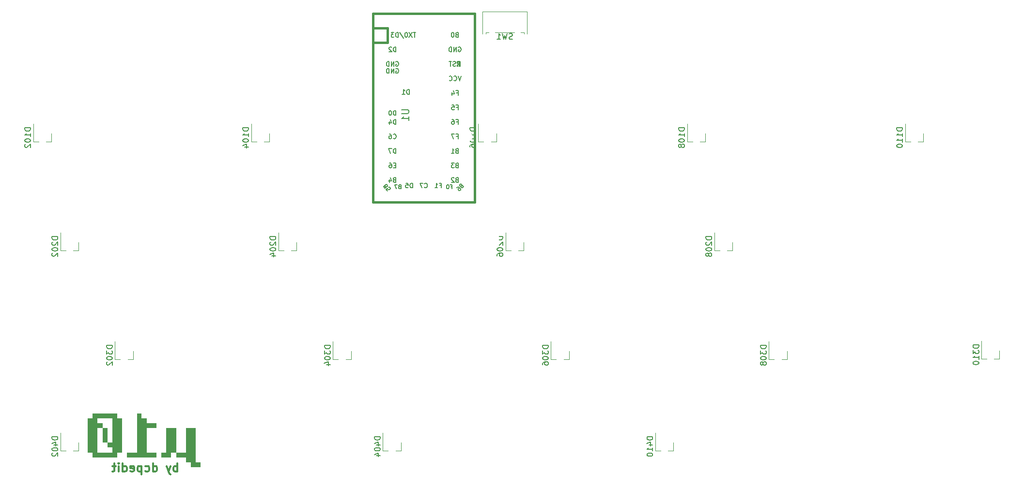
<source format=gbo>
G04 #@! TF.GenerationSoftware,KiCad,Pcbnew,(6.0.1-0)*
G04 #@! TF.CreationDate,2022-03-18T18:41:34-07:00*
G04 #@! TF.ProjectId,micro10,6d696372-6f31-4302-9e6b-696361645f70,1*
G04 #@! TF.SameCoordinates,Original*
G04 #@! TF.FileFunction,Legend,Bot*
G04 #@! TF.FilePolarity,Positive*
%FSLAX46Y46*%
G04 Gerber Fmt 4.6, Leading zero omitted, Abs format (unit mm)*
G04 Created by KiCad (PCBNEW (6.0.1-0)) date 2022-03-18 18:41:34*
%MOMM*%
%LPD*%
G01*
G04 APERTURE LIST*
%ADD10C,0.300000*%
%ADD11C,0.203200*%
%ADD12C,0.150000*%
%ADD13C,0.381000*%
%ADD14C,0.120000*%
%ADD15R,1.752600X1.752600*%
%ADD16C,1.752600*%
%ADD17C,3.987800*%
%ADD18C,1.750000*%
%ADD19C,3.000000*%
%ADD20R,2.550000X2.500000*%
%ADD21C,3.048000*%
%ADD22R,2.500000X2.550000*%
%ADD23R,1.700000X1.700000*%
%ADD24O,1.700000X1.700000*%
%ADD25C,1.200000*%
%ADD26C,2.100000*%
%ADD27R,0.800000X1.900000*%
G04 APERTURE END LIST*
D10*
X105393428Y-111676571D02*
X105393428Y-110176571D01*
X105393428Y-110748000D02*
X105250571Y-110676571D01*
X104964857Y-110676571D01*
X104822000Y-110748000D01*
X104750571Y-110819428D01*
X104679142Y-110962285D01*
X104679142Y-111390857D01*
X104750571Y-111533714D01*
X104822000Y-111605142D01*
X104964857Y-111676571D01*
X105250571Y-111676571D01*
X105393428Y-111605142D01*
X104179142Y-110676571D02*
X103822000Y-111676571D01*
X103464857Y-110676571D02*
X103822000Y-111676571D01*
X103964857Y-112033714D01*
X104036285Y-112105142D01*
X104179142Y-112176571D01*
X101107714Y-111676571D02*
X101107714Y-110176571D01*
X101107714Y-111605142D02*
X101250571Y-111676571D01*
X101536285Y-111676571D01*
X101679142Y-111605142D01*
X101750571Y-111533714D01*
X101822000Y-111390857D01*
X101822000Y-110962285D01*
X101750571Y-110819428D01*
X101679142Y-110748000D01*
X101536285Y-110676571D01*
X101250571Y-110676571D01*
X101107714Y-110748000D01*
X99750571Y-111605142D02*
X99893428Y-111676571D01*
X100179142Y-111676571D01*
X100322000Y-111605142D01*
X100393428Y-111533714D01*
X100464857Y-111390857D01*
X100464857Y-110962285D01*
X100393428Y-110819428D01*
X100322000Y-110748000D01*
X100179142Y-110676571D01*
X99893428Y-110676571D01*
X99750571Y-110748000D01*
X99107714Y-110676571D02*
X99107714Y-112176571D01*
X99107714Y-110748000D02*
X98964857Y-110676571D01*
X98679142Y-110676571D01*
X98536285Y-110748000D01*
X98464857Y-110819428D01*
X98393428Y-110962285D01*
X98393428Y-111390857D01*
X98464857Y-111533714D01*
X98536285Y-111605142D01*
X98679142Y-111676571D01*
X98964857Y-111676571D01*
X99107714Y-111605142D01*
X97179142Y-111605142D02*
X97322000Y-111676571D01*
X97607714Y-111676571D01*
X97750571Y-111605142D01*
X97822000Y-111462285D01*
X97822000Y-110890857D01*
X97750571Y-110748000D01*
X97607714Y-110676571D01*
X97322000Y-110676571D01*
X97179142Y-110748000D01*
X97107714Y-110890857D01*
X97107714Y-111033714D01*
X97822000Y-111176571D01*
X95822000Y-111676571D02*
X95822000Y-110176571D01*
X95822000Y-111605142D02*
X95964857Y-111676571D01*
X96250571Y-111676571D01*
X96393428Y-111605142D01*
X96464857Y-111533714D01*
X96536285Y-111390857D01*
X96536285Y-110962285D01*
X96464857Y-110819428D01*
X96393428Y-110748000D01*
X96250571Y-110676571D01*
X95964857Y-110676571D01*
X95822000Y-110748000D01*
X95107714Y-111676571D02*
X95107714Y-110676571D01*
X95107714Y-110176571D02*
X95179142Y-110248000D01*
X95107714Y-110319428D01*
X95036285Y-110248000D01*
X95107714Y-110176571D01*
X95107714Y-110319428D01*
X94607714Y-110676571D02*
X94036285Y-110676571D01*
X94393428Y-110176571D02*
X94393428Y-111462285D01*
X94322000Y-111605142D01*
X94179142Y-111676571D01*
X94036285Y-111676571D01*
D11*
X144599107Y-48298214D02*
X145570535Y-48298214D01*
X145684821Y-48355357D01*
X145741964Y-48412500D01*
X145799107Y-48526785D01*
X145799107Y-48755357D01*
X145741964Y-48869642D01*
X145684821Y-48926785D01*
X145570535Y-48983928D01*
X144599107Y-48983928D01*
X145799107Y-50183928D02*
X145799107Y-49498214D01*
X145799107Y-49841071D02*
X144599107Y-49841071D01*
X144770535Y-49726785D01*
X144884821Y-49612500D01*
X144941964Y-49498214D01*
D12*
X141795547Y-61747508D02*
X141889828Y-61794648D01*
X141936969Y-61794648D01*
X142007679Y-61771078D01*
X142078390Y-61700367D01*
X142101960Y-61629657D01*
X142101960Y-61582516D01*
X142078390Y-61511806D01*
X141889828Y-61323244D01*
X141394853Y-61818219D01*
X141559845Y-61983210D01*
X141630556Y-62006780D01*
X141677696Y-62006780D01*
X141748407Y-61983210D01*
X141795547Y-61936070D01*
X141819117Y-61865359D01*
X141819117Y-61818219D01*
X141795547Y-61747508D01*
X141630556Y-61582516D01*
X142125530Y-62548896D02*
X141889828Y-62313193D01*
X142101960Y-62053921D01*
X142101960Y-62101061D01*
X142125530Y-62171772D01*
X142243382Y-62289623D01*
X142314092Y-62313193D01*
X142361233Y-62313193D01*
X142431943Y-62289623D01*
X142549794Y-62171772D01*
X142573365Y-62101061D01*
X142573365Y-62053921D01*
X142549794Y-61983210D01*
X142431943Y-61865359D01*
X142361233Y-61841789D01*
X142314092Y-61841789D01*
X154958916Y-42424404D02*
X154692250Y-43224404D01*
X154425583Y-42424404D01*
X153701773Y-43148214D02*
X153739869Y-43186309D01*
X153854154Y-43224404D01*
X153930345Y-43224404D01*
X154044630Y-43186309D01*
X154120821Y-43110119D01*
X154158916Y-43033928D01*
X154197011Y-42881547D01*
X154197011Y-42767261D01*
X154158916Y-42614880D01*
X154120821Y-42538690D01*
X154044630Y-42462500D01*
X153930345Y-42424404D01*
X153854154Y-42424404D01*
X153739869Y-42462500D01*
X153701773Y-42500595D01*
X152901773Y-43148214D02*
X152939869Y-43186309D01*
X153054154Y-43224404D01*
X153130345Y-43224404D01*
X153244630Y-43186309D01*
X153320821Y-43110119D01*
X153358916Y-43033928D01*
X153397011Y-42881547D01*
X153397011Y-42767261D01*
X153358916Y-42614880D01*
X153320821Y-42538690D01*
X153244630Y-42462500D01*
X153130345Y-42424404D01*
X153054154Y-42424404D01*
X152939869Y-42462500D01*
X152901773Y-42500595D01*
X143579773Y-41129000D02*
X143655964Y-41090904D01*
X143770250Y-41090904D01*
X143884535Y-41129000D01*
X143960726Y-41205190D01*
X143998821Y-41281380D01*
X144036916Y-41433761D01*
X144036916Y-41548047D01*
X143998821Y-41700428D01*
X143960726Y-41776619D01*
X143884535Y-41852809D01*
X143770250Y-41890904D01*
X143694059Y-41890904D01*
X143579773Y-41852809D01*
X143541678Y-41814714D01*
X143541678Y-41548047D01*
X143694059Y-41548047D01*
X143198821Y-41890904D02*
X143198821Y-41090904D01*
X142741678Y-41890904D01*
X142741678Y-41090904D01*
X142360726Y-41890904D02*
X142360726Y-41090904D01*
X142170250Y-41090904D01*
X142055964Y-41129000D01*
X141979773Y-41205190D01*
X141941678Y-41281380D01*
X141903583Y-41433761D01*
X141903583Y-41548047D01*
X141941678Y-41700428D01*
X141979773Y-41776619D01*
X142055964Y-41852809D01*
X142170250Y-41890904D01*
X142360726Y-41890904D01*
X154216059Y-58045357D02*
X154101773Y-58083452D01*
X154063678Y-58121547D01*
X154025583Y-58197738D01*
X154025583Y-58312023D01*
X154063678Y-58388214D01*
X154101773Y-58426309D01*
X154177964Y-58464404D01*
X154482726Y-58464404D01*
X154482726Y-57664404D01*
X154216059Y-57664404D01*
X154139869Y-57702500D01*
X154101773Y-57740595D01*
X154063678Y-57816785D01*
X154063678Y-57892976D01*
X154101773Y-57969166D01*
X154139869Y-58007261D01*
X154216059Y-58045357D01*
X154482726Y-58045357D01*
X153758916Y-57664404D02*
X153263678Y-57664404D01*
X153530345Y-57969166D01*
X153416059Y-57969166D01*
X153339869Y-58007261D01*
X153301773Y-58045357D01*
X153263678Y-58121547D01*
X153263678Y-58312023D01*
X153301773Y-58388214D01*
X153339869Y-58426309D01*
X153416059Y-58464404D01*
X153644630Y-58464404D01*
X153720821Y-58426309D01*
X153758916Y-58388214D01*
X143560726Y-55924404D02*
X143560726Y-55124404D01*
X143370250Y-55124404D01*
X143255964Y-55162500D01*
X143179773Y-55238690D01*
X143141678Y-55314880D01*
X143103583Y-55467261D01*
X143103583Y-55581547D01*
X143141678Y-55733928D01*
X143179773Y-55810119D01*
X143255964Y-55886309D01*
X143370250Y-55924404D01*
X143560726Y-55924404D01*
X142836916Y-55124404D02*
X142303583Y-55124404D01*
X142646440Y-55924404D01*
X154996241Y-61676797D02*
X154949101Y-61771078D01*
X154949101Y-61818219D01*
X154972671Y-61888929D01*
X155043382Y-61959640D01*
X155114092Y-61983210D01*
X155161233Y-61983210D01*
X155231943Y-61959640D01*
X155420505Y-61771078D01*
X154925530Y-61276103D01*
X154760539Y-61441095D01*
X154736969Y-61511806D01*
X154736969Y-61558946D01*
X154760539Y-61629657D01*
X154807679Y-61676797D01*
X154878390Y-61700367D01*
X154925530Y-61700367D01*
X154996241Y-61676797D01*
X155161233Y-61511806D01*
X154218424Y-61983210D02*
X154312705Y-61888929D01*
X154383415Y-61865359D01*
X154430556Y-61865359D01*
X154548407Y-61888929D01*
X154666258Y-61959640D01*
X154854820Y-62148202D01*
X154878390Y-62218912D01*
X154878390Y-62266053D01*
X154854820Y-62336764D01*
X154760539Y-62431044D01*
X154689828Y-62454615D01*
X154642688Y-62454615D01*
X154571977Y-62431044D01*
X154454126Y-62313193D01*
X154430556Y-62242483D01*
X154430556Y-62195342D01*
X154454126Y-62124632D01*
X154548407Y-62030351D01*
X154619117Y-62006780D01*
X154666258Y-62006780D01*
X154736969Y-62030351D01*
X153164583Y-61762500D02*
X153397916Y-61762500D01*
X153397916Y-62129166D02*
X153397916Y-61429166D01*
X153064583Y-61429166D01*
X152664583Y-61429166D02*
X152597916Y-61429166D01*
X152531250Y-61462500D01*
X152497916Y-61495833D01*
X152464583Y-61562500D01*
X152431250Y-61695833D01*
X152431250Y-61862500D01*
X152464583Y-61995833D01*
X152497916Y-62062500D01*
X152531250Y-62095833D01*
X152597916Y-62129166D01*
X152664583Y-62129166D01*
X152731250Y-62095833D01*
X152764583Y-62062500D01*
X152797916Y-61995833D01*
X152831250Y-61862500D01*
X152831250Y-61695833D01*
X152797916Y-61562500D01*
X152764583Y-61495833D01*
X152731250Y-61462500D01*
X152664583Y-61429166D01*
X148564583Y-61898214D02*
X148602678Y-61936309D01*
X148716964Y-61974404D01*
X148793154Y-61974404D01*
X148907440Y-61936309D01*
X148983630Y-61860119D01*
X149021726Y-61783928D01*
X149059821Y-61631547D01*
X149059821Y-61517261D01*
X149021726Y-61364880D01*
X148983630Y-61288690D01*
X148907440Y-61212500D01*
X148793154Y-61174404D01*
X148716964Y-61174404D01*
X148602678Y-61212500D01*
X148564583Y-61250595D01*
X148297916Y-61174404D02*
X147764583Y-61174404D01*
X148107440Y-61974404D01*
X143579773Y-39922500D02*
X143655964Y-39884404D01*
X143770250Y-39884404D01*
X143884535Y-39922500D01*
X143960726Y-39998690D01*
X143998821Y-40074880D01*
X144036916Y-40227261D01*
X144036916Y-40341547D01*
X143998821Y-40493928D01*
X143960726Y-40570119D01*
X143884535Y-40646309D01*
X143770250Y-40684404D01*
X143694059Y-40684404D01*
X143579773Y-40646309D01*
X143541678Y-40608214D01*
X143541678Y-40341547D01*
X143694059Y-40341547D01*
X143198821Y-40684404D02*
X143198821Y-39884404D01*
X142741678Y-40684404D01*
X142741678Y-39884404D01*
X142360726Y-40684404D02*
X142360726Y-39884404D01*
X142170250Y-39884404D01*
X142055964Y-39922500D01*
X141979773Y-39998690D01*
X141941678Y-40074880D01*
X141903583Y-40227261D01*
X141903583Y-40341547D01*
X141941678Y-40493928D01*
X141979773Y-40570119D01*
X142055964Y-40646309D01*
X142170250Y-40684404D01*
X142360726Y-40684404D01*
X151237916Y-61555357D02*
X151504583Y-61555357D01*
X151504583Y-61974404D02*
X151504583Y-61174404D01*
X151123630Y-61174404D01*
X150399821Y-61974404D02*
X150856964Y-61974404D01*
X150628392Y-61974404D02*
X150628392Y-61174404D01*
X150704583Y-61288690D01*
X150780773Y-61364880D01*
X150856964Y-61402976D01*
X143560726Y-38144404D02*
X143560726Y-37344404D01*
X143370250Y-37344404D01*
X143255964Y-37382500D01*
X143179773Y-37458690D01*
X143141678Y-37534880D01*
X143103583Y-37687261D01*
X143103583Y-37801547D01*
X143141678Y-37953928D01*
X143179773Y-38030119D01*
X143255964Y-38106309D01*
X143370250Y-38144404D01*
X143560726Y-38144404D01*
X142798821Y-37420595D02*
X142760726Y-37382500D01*
X142684535Y-37344404D01*
X142494059Y-37344404D01*
X142417869Y-37382500D01*
X142379773Y-37420595D01*
X142341678Y-37496785D01*
X142341678Y-37572976D01*
X142379773Y-37687261D01*
X142836916Y-38144404D01*
X142341678Y-38144404D01*
X154216059Y-60585357D02*
X154101773Y-60623452D01*
X154063678Y-60661547D01*
X154025583Y-60737738D01*
X154025583Y-60852023D01*
X154063678Y-60928214D01*
X154101773Y-60966309D01*
X154177964Y-61004404D01*
X154482726Y-61004404D01*
X154482726Y-60204404D01*
X154216059Y-60204404D01*
X154139869Y-60242500D01*
X154101773Y-60280595D01*
X154063678Y-60356785D01*
X154063678Y-60432976D01*
X154101773Y-60509166D01*
X154139869Y-60547261D01*
X154216059Y-60585357D01*
X154482726Y-60585357D01*
X153720821Y-60280595D02*
X153682726Y-60242500D01*
X153606535Y-60204404D01*
X153416059Y-60204404D01*
X153339869Y-60242500D01*
X153301773Y-60280595D01*
X153263678Y-60356785D01*
X153263678Y-60432976D01*
X153301773Y-60547261D01*
X153758916Y-61004404D01*
X153263678Y-61004404D01*
X154158916Y-50425357D02*
X154425583Y-50425357D01*
X154425583Y-50844404D02*
X154425583Y-50044404D01*
X154044630Y-50044404D01*
X153397011Y-50044404D02*
X153549392Y-50044404D01*
X153625583Y-50082500D01*
X153663678Y-50120595D01*
X153739869Y-50234880D01*
X153777964Y-50387261D01*
X153777964Y-50692023D01*
X153739869Y-50768214D01*
X153701773Y-50806309D01*
X153625583Y-50844404D01*
X153473202Y-50844404D01*
X153397011Y-50806309D01*
X153358916Y-50768214D01*
X153320821Y-50692023D01*
X153320821Y-50501547D01*
X153358916Y-50425357D01*
X153397011Y-50387261D01*
X153473202Y-50349166D01*
X153625583Y-50349166D01*
X153701773Y-50387261D01*
X153739869Y-50425357D01*
X153777964Y-50501547D01*
X146481726Y-61974404D02*
X146481726Y-61174404D01*
X146291250Y-61174404D01*
X146176964Y-61212500D01*
X146100773Y-61288690D01*
X146062678Y-61364880D01*
X146024583Y-61517261D01*
X146024583Y-61631547D01*
X146062678Y-61783928D01*
X146100773Y-61860119D01*
X146176964Y-61936309D01*
X146291250Y-61974404D01*
X146481726Y-61974404D01*
X145300773Y-61174404D02*
X145681726Y-61174404D01*
X145719821Y-61555357D01*
X145681726Y-61517261D01*
X145605535Y-61479166D01*
X145415059Y-61479166D01*
X145338869Y-61517261D01*
X145300773Y-61555357D01*
X145262678Y-61631547D01*
X145262678Y-61822023D01*
X145300773Y-61898214D01*
X145338869Y-61936309D01*
X145415059Y-61974404D01*
X145605535Y-61974404D01*
X145681726Y-61936309D01*
X145719821Y-61898214D01*
X143522630Y-58045357D02*
X143255964Y-58045357D01*
X143141678Y-58464404D02*
X143522630Y-58464404D01*
X143522630Y-57664404D01*
X143141678Y-57664404D01*
X142455964Y-57664404D02*
X142608345Y-57664404D01*
X142684535Y-57702500D01*
X142722630Y-57740595D01*
X142798821Y-57854880D01*
X142836916Y-58007261D01*
X142836916Y-58312023D01*
X142798821Y-58388214D01*
X142760726Y-58426309D01*
X142684535Y-58464404D01*
X142532154Y-58464404D01*
X142455964Y-58426309D01*
X142417869Y-58388214D01*
X142379773Y-58312023D01*
X142379773Y-58121547D01*
X142417869Y-58045357D01*
X142455964Y-58007261D01*
X142532154Y-57969166D01*
X142684535Y-57969166D01*
X142760726Y-58007261D01*
X142798821Y-58045357D01*
X142836916Y-58121547D01*
X154158916Y-47885357D02*
X154425583Y-47885357D01*
X154425583Y-48304404D02*
X154425583Y-47504404D01*
X154044630Y-47504404D01*
X153358916Y-47504404D02*
X153739869Y-47504404D01*
X153777964Y-47885357D01*
X153739869Y-47847261D01*
X153663678Y-47809166D01*
X153473202Y-47809166D01*
X153397011Y-47847261D01*
X153358916Y-47885357D01*
X153320821Y-47961547D01*
X153320821Y-48152023D01*
X153358916Y-48228214D01*
X153397011Y-48266309D01*
X153473202Y-48304404D01*
X153663678Y-48304404D01*
X153739869Y-48266309D01*
X153777964Y-48228214D01*
X154004583Y-40626309D02*
X153890297Y-40664404D01*
X153699821Y-40664404D01*
X153623630Y-40626309D01*
X153585535Y-40588214D01*
X153547440Y-40512023D01*
X153547440Y-40435833D01*
X153585535Y-40359642D01*
X153623630Y-40321547D01*
X153699821Y-40283452D01*
X153852202Y-40245357D01*
X153928392Y-40207261D01*
X153966488Y-40169166D01*
X154004583Y-40092976D01*
X154004583Y-40016785D01*
X153966488Y-39940595D01*
X153928392Y-39902500D01*
X153852202Y-39864404D01*
X153661726Y-39864404D01*
X153547440Y-39902500D01*
X153318869Y-39864404D02*
X152861726Y-39864404D01*
X153090297Y-40664404D02*
X153090297Y-39864404D01*
X154501773Y-37382500D02*
X154577964Y-37344404D01*
X154692250Y-37344404D01*
X154806535Y-37382500D01*
X154882726Y-37458690D01*
X154920821Y-37534880D01*
X154958916Y-37687261D01*
X154958916Y-37801547D01*
X154920821Y-37953928D01*
X154882726Y-38030119D01*
X154806535Y-38106309D01*
X154692250Y-38144404D01*
X154616059Y-38144404D01*
X154501773Y-38106309D01*
X154463678Y-38068214D01*
X154463678Y-37801547D01*
X154616059Y-37801547D01*
X154120821Y-38144404D02*
X154120821Y-37344404D01*
X153663678Y-38144404D01*
X153663678Y-37344404D01*
X153282726Y-38144404D02*
X153282726Y-37344404D01*
X153092250Y-37344404D01*
X152977964Y-37382500D01*
X152901773Y-37458690D01*
X152863678Y-37534880D01*
X152825583Y-37687261D01*
X152825583Y-37801547D01*
X152863678Y-37953928D01*
X152901773Y-38030119D01*
X152977964Y-38106309D01*
X153092250Y-38144404D01*
X153282726Y-38144404D01*
X143560726Y-49256904D02*
X143560726Y-48456904D01*
X143370250Y-48456904D01*
X143255964Y-48495000D01*
X143179773Y-48571190D01*
X143141678Y-48647380D01*
X143103583Y-48799761D01*
X143103583Y-48914047D01*
X143141678Y-49066428D01*
X143179773Y-49142619D01*
X143255964Y-49218809D01*
X143370250Y-49256904D01*
X143560726Y-49256904D01*
X142608345Y-48456904D02*
X142532154Y-48456904D01*
X142455964Y-48495000D01*
X142417869Y-48533095D01*
X142379773Y-48609285D01*
X142341678Y-48761666D01*
X142341678Y-48952142D01*
X142379773Y-49104523D01*
X142417869Y-49180714D01*
X142455964Y-49218809D01*
X142532154Y-49256904D01*
X142608345Y-49256904D01*
X142684535Y-49218809D01*
X142722630Y-49180714D01*
X142760726Y-49104523D01*
X142798821Y-48952142D01*
X142798821Y-48761666D01*
X142760726Y-48609285D01*
X142722630Y-48533095D01*
X142684535Y-48495000D01*
X142608345Y-48456904D01*
X144214583Y-61762500D02*
X144114583Y-61795833D01*
X144081250Y-61829166D01*
X144047916Y-61895833D01*
X144047916Y-61995833D01*
X144081250Y-62062500D01*
X144114583Y-62095833D01*
X144181250Y-62129166D01*
X144447916Y-62129166D01*
X144447916Y-61429166D01*
X144214583Y-61429166D01*
X144147916Y-61462500D01*
X144114583Y-61495833D01*
X144081250Y-61562500D01*
X144081250Y-61629166D01*
X144114583Y-61695833D01*
X144147916Y-61729166D01*
X144214583Y-61762500D01*
X144447916Y-61762500D01*
X143814583Y-61429166D02*
X143347916Y-61429166D01*
X143647916Y-62129166D01*
X154158916Y-52965357D02*
X154425583Y-52965357D01*
X154425583Y-53384404D02*
X154425583Y-52584404D01*
X154044630Y-52584404D01*
X153816059Y-52584404D02*
X153282726Y-52584404D01*
X153625583Y-53384404D01*
X147049854Y-34804404D02*
X146592711Y-34804404D01*
X146821282Y-35604404D02*
X146821282Y-34804404D01*
X146402235Y-34804404D02*
X145868901Y-35604404D01*
X145868901Y-34804404D02*
X146402235Y-35604404D01*
X145411758Y-34804404D02*
X145335568Y-34804404D01*
X145259378Y-34842500D01*
X145221282Y-34880595D01*
X145183187Y-34956785D01*
X145145092Y-35109166D01*
X145145092Y-35299642D01*
X145183187Y-35452023D01*
X145221282Y-35528214D01*
X145259378Y-35566309D01*
X145335568Y-35604404D01*
X145411758Y-35604404D01*
X145487949Y-35566309D01*
X145526044Y-35528214D01*
X145564139Y-35452023D01*
X145602235Y-35299642D01*
X145602235Y-35109166D01*
X145564139Y-34956785D01*
X145526044Y-34880595D01*
X145487949Y-34842500D01*
X145411758Y-34804404D01*
X144230806Y-34766309D02*
X144916520Y-35794880D01*
X143964139Y-35604404D02*
X143964139Y-34804404D01*
X143773663Y-34804404D01*
X143659378Y-34842500D01*
X143583187Y-34918690D01*
X143545092Y-34994880D01*
X143506997Y-35147261D01*
X143506997Y-35261547D01*
X143545092Y-35413928D01*
X143583187Y-35490119D01*
X143659378Y-35566309D01*
X143773663Y-35604404D01*
X143964139Y-35604404D01*
X143240330Y-34804404D02*
X142745092Y-34804404D01*
X143011758Y-35109166D01*
X142897473Y-35109166D01*
X142821282Y-35147261D01*
X142783187Y-35185357D01*
X142745092Y-35261547D01*
X142745092Y-35452023D01*
X142783187Y-35528214D01*
X142821282Y-35566309D01*
X142897473Y-35604404D01*
X143126044Y-35604404D01*
X143202235Y-35566309D01*
X143240330Y-35528214D01*
X143294059Y-60585357D02*
X143179773Y-60623452D01*
X143141678Y-60661547D01*
X143103583Y-60737738D01*
X143103583Y-60852023D01*
X143141678Y-60928214D01*
X143179773Y-60966309D01*
X143255964Y-61004404D01*
X143560726Y-61004404D01*
X143560726Y-60204404D01*
X143294059Y-60204404D01*
X143217869Y-60242500D01*
X143179773Y-60280595D01*
X143141678Y-60356785D01*
X143141678Y-60432976D01*
X143179773Y-60509166D01*
X143217869Y-60547261D01*
X143294059Y-60585357D01*
X143560726Y-60585357D01*
X142417869Y-60471071D02*
X142417869Y-61004404D01*
X142608345Y-60166309D02*
X142798821Y-60737738D01*
X142303583Y-60737738D01*
X154216059Y-35185357D02*
X154101773Y-35223452D01*
X154063678Y-35261547D01*
X154025583Y-35337738D01*
X154025583Y-35452023D01*
X154063678Y-35528214D01*
X154101773Y-35566309D01*
X154177964Y-35604404D01*
X154482726Y-35604404D01*
X154482726Y-34804404D01*
X154216059Y-34804404D01*
X154139869Y-34842500D01*
X154101773Y-34880595D01*
X154063678Y-34956785D01*
X154063678Y-35032976D01*
X154101773Y-35109166D01*
X154139869Y-35147261D01*
X154216059Y-35185357D01*
X154482726Y-35185357D01*
X153530345Y-34804404D02*
X153454154Y-34804404D01*
X153377964Y-34842500D01*
X153339869Y-34880595D01*
X153301773Y-34956785D01*
X153263678Y-35109166D01*
X153263678Y-35299642D01*
X153301773Y-35452023D01*
X153339869Y-35528214D01*
X153377964Y-35566309D01*
X153454154Y-35604404D01*
X153530345Y-35604404D01*
X153606535Y-35566309D01*
X153644630Y-35528214D01*
X153682726Y-35452023D01*
X153720821Y-35299642D01*
X153720821Y-35109166D01*
X153682726Y-34956785D01*
X153644630Y-34880595D01*
X153606535Y-34842500D01*
X153530345Y-34804404D01*
X154216059Y-55505357D02*
X154101773Y-55543452D01*
X154063678Y-55581547D01*
X154025583Y-55657738D01*
X154025583Y-55772023D01*
X154063678Y-55848214D01*
X154101773Y-55886309D01*
X154177964Y-55924404D01*
X154482726Y-55924404D01*
X154482726Y-55124404D01*
X154216059Y-55124404D01*
X154139869Y-55162500D01*
X154101773Y-55200595D01*
X154063678Y-55276785D01*
X154063678Y-55352976D01*
X154101773Y-55429166D01*
X154139869Y-55467261D01*
X154216059Y-55505357D01*
X154482726Y-55505357D01*
X153263678Y-55924404D02*
X153720821Y-55924404D01*
X153492250Y-55924404D02*
X153492250Y-55124404D01*
X153568440Y-55238690D01*
X153644630Y-55314880D01*
X153720821Y-55352976D01*
X143103583Y-53308214D02*
X143141678Y-53346309D01*
X143255964Y-53384404D01*
X143332154Y-53384404D01*
X143446440Y-53346309D01*
X143522630Y-53270119D01*
X143560726Y-53193928D01*
X143598821Y-53041547D01*
X143598821Y-52927261D01*
X143560726Y-52774880D01*
X143522630Y-52698690D01*
X143446440Y-52622500D01*
X143332154Y-52584404D01*
X143255964Y-52584404D01*
X143141678Y-52622500D01*
X143103583Y-52660595D01*
X142417869Y-52584404D02*
X142570250Y-52584404D01*
X142646440Y-52622500D01*
X142684535Y-52660595D01*
X142760726Y-52774880D01*
X142798821Y-52927261D01*
X142798821Y-53232023D01*
X142760726Y-53308214D01*
X142722630Y-53346309D01*
X142646440Y-53384404D01*
X142494059Y-53384404D01*
X142417869Y-53346309D01*
X142379773Y-53308214D01*
X142341678Y-53232023D01*
X142341678Y-53041547D01*
X142379773Y-52965357D01*
X142417869Y-52927261D01*
X142494059Y-52889166D01*
X142646440Y-52889166D01*
X142722630Y-52927261D01*
X142760726Y-52965357D01*
X142798821Y-53041547D01*
X143560726Y-50844404D02*
X143560726Y-50044404D01*
X143370250Y-50044404D01*
X143255964Y-50082500D01*
X143179773Y-50158690D01*
X143141678Y-50234880D01*
X143103583Y-50387261D01*
X143103583Y-50501547D01*
X143141678Y-50653928D01*
X143179773Y-50730119D01*
X143255964Y-50806309D01*
X143370250Y-50844404D01*
X143560726Y-50844404D01*
X142417869Y-50311071D02*
X142417869Y-50844404D01*
X142608345Y-50006309D02*
X142798821Y-50577738D01*
X142303583Y-50577738D01*
X145878476Y-45573904D02*
X145878476Y-44773904D01*
X145688000Y-44773904D01*
X145573714Y-44812000D01*
X145497523Y-44888190D01*
X145459428Y-44964380D01*
X145421333Y-45116761D01*
X145421333Y-45231047D01*
X145459428Y-45383428D01*
X145497523Y-45459619D01*
X145573714Y-45535809D01*
X145688000Y-45573904D01*
X145878476Y-45573904D01*
X144659428Y-45573904D02*
X145116571Y-45573904D01*
X144888000Y-45573904D02*
X144888000Y-44773904D01*
X144964190Y-44888190D01*
X145040380Y-44964380D01*
X145116571Y-45002476D01*
X154158916Y-45345357D02*
X154425583Y-45345357D01*
X154425583Y-45764404D02*
X154425583Y-44964404D01*
X154044630Y-44964404D01*
X153397011Y-45231071D02*
X153397011Y-45764404D01*
X153587488Y-44926309D02*
X153777964Y-45497738D01*
X153282726Y-45497738D01*
X163933333Y-35928511D02*
X163790476Y-35976130D01*
X163552380Y-35976130D01*
X163457142Y-35928511D01*
X163409523Y-35880892D01*
X163361904Y-35785654D01*
X163361904Y-35690416D01*
X163409523Y-35595178D01*
X163457142Y-35547559D01*
X163552380Y-35499940D01*
X163742857Y-35452321D01*
X163838095Y-35404702D01*
X163885714Y-35357083D01*
X163933333Y-35261845D01*
X163933333Y-35166607D01*
X163885714Y-35071369D01*
X163838095Y-35023750D01*
X163742857Y-34976130D01*
X163504761Y-34976130D01*
X163361904Y-35023750D01*
X163028571Y-34976130D02*
X162790476Y-35976130D01*
X162600000Y-35261845D01*
X162409523Y-35976130D01*
X162171428Y-34976130D01*
X161266666Y-35976130D02*
X161838095Y-35976130D01*
X161552380Y-35976130D02*
X161552380Y-34976130D01*
X161647619Y-35118988D01*
X161742857Y-35214226D01*
X161838095Y-35261845D01*
X79708630Y-51490773D02*
X78708630Y-51490773D01*
X78708630Y-51728869D01*
X78756250Y-51871726D01*
X78851488Y-51966964D01*
X78946726Y-52014583D01*
X79137202Y-52062202D01*
X79280059Y-52062202D01*
X79470535Y-52014583D01*
X79565773Y-51966964D01*
X79661011Y-51871726D01*
X79708630Y-51728869D01*
X79708630Y-51490773D01*
X79708630Y-53014583D02*
X79708630Y-52443154D01*
X79708630Y-52728869D02*
X78708630Y-52728869D01*
X78851488Y-52633630D01*
X78946726Y-52538392D01*
X78994345Y-52443154D01*
X78708630Y-53633630D02*
X78708630Y-53728869D01*
X78756250Y-53824107D01*
X78803869Y-53871726D01*
X78899107Y-53919345D01*
X79089583Y-53966964D01*
X79327678Y-53966964D01*
X79518154Y-53919345D01*
X79613392Y-53871726D01*
X79661011Y-53824107D01*
X79708630Y-53728869D01*
X79708630Y-53633630D01*
X79661011Y-53538392D01*
X79613392Y-53490773D01*
X79518154Y-53443154D01*
X79327678Y-53395535D01*
X79089583Y-53395535D01*
X78899107Y-53443154D01*
X78803869Y-53490773D01*
X78756250Y-53538392D01*
X78708630Y-53633630D01*
X78803869Y-54347916D02*
X78756250Y-54395535D01*
X78708630Y-54490773D01*
X78708630Y-54728869D01*
X78756250Y-54824107D01*
X78803869Y-54871726D01*
X78899107Y-54919345D01*
X78994345Y-54919345D01*
X79137202Y-54871726D01*
X79708630Y-54300297D01*
X79708630Y-54919345D01*
X194008630Y-51490773D02*
X193008630Y-51490773D01*
X193008630Y-51728869D01*
X193056250Y-51871726D01*
X193151488Y-51966964D01*
X193246726Y-52014583D01*
X193437202Y-52062202D01*
X193580059Y-52062202D01*
X193770535Y-52014583D01*
X193865773Y-51966964D01*
X193961011Y-51871726D01*
X194008630Y-51728869D01*
X194008630Y-51490773D01*
X194008630Y-53014583D02*
X194008630Y-52443154D01*
X194008630Y-52728869D02*
X193008630Y-52728869D01*
X193151488Y-52633630D01*
X193246726Y-52538392D01*
X193294345Y-52443154D01*
X193008630Y-53633630D02*
X193008630Y-53728869D01*
X193056250Y-53824107D01*
X193103869Y-53871726D01*
X193199107Y-53919345D01*
X193389583Y-53966964D01*
X193627678Y-53966964D01*
X193818154Y-53919345D01*
X193913392Y-53871726D01*
X193961011Y-53824107D01*
X194008630Y-53728869D01*
X194008630Y-53633630D01*
X193961011Y-53538392D01*
X193913392Y-53490773D01*
X193818154Y-53443154D01*
X193627678Y-53395535D01*
X193389583Y-53395535D01*
X193199107Y-53443154D01*
X193103869Y-53490773D01*
X193056250Y-53538392D01*
X193008630Y-53633630D01*
X193437202Y-54538392D02*
X193389583Y-54443154D01*
X193341964Y-54395535D01*
X193246726Y-54347916D01*
X193199107Y-54347916D01*
X193103869Y-54395535D01*
X193056250Y-54443154D01*
X193008630Y-54538392D01*
X193008630Y-54728869D01*
X193056250Y-54824107D01*
X193103869Y-54871726D01*
X193199107Y-54919345D01*
X193246726Y-54919345D01*
X193341964Y-54871726D01*
X193389583Y-54824107D01*
X193437202Y-54728869D01*
X193437202Y-54538392D01*
X193484821Y-54443154D01*
X193532440Y-54395535D01*
X193627678Y-54347916D01*
X193818154Y-54347916D01*
X193913392Y-54395535D01*
X193961011Y-54443154D01*
X194008630Y-54538392D01*
X194008630Y-54728869D01*
X193961011Y-54824107D01*
X193913392Y-54871726D01*
X193818154Y-54919345D01*
X193627678Y-54919345D01*
X193532440Y-54871726D01*
X193484821Y-54824107D01*
X193437202Y-54728869D01*
X245446130Y-89503273D02*
X244446130Y-89503273D01*
X244446130Y-89741369D01*
X244493750Y-89884226D01*
X244588988Y-89979464D01*
X244684226Y-90027083D01*
X244874702Y-90074702D01*
X245017559Y-90074702D01*
X245208035Y-90027083D01*
X245303273Y-89979464D01*
X245398511Y-89884226D01*
X245446130Y-89741369D01*
X245446130Y-89503273D01*
X244446130Y-90408035D02*
X244446130Y-91027083D01*
X244827083Y-90693750D01*
X244827083Y-90836607D01*
X244874702Y-90931845D01*
X244922321Y-90979464D01*
X245017559Y-91027083D01*
X245255654Y-91027083D01*
X245350892Y-90979464D01*
X245398511Y-90931845D01*
X245446130Y-90836607D01*
X245446130Y-90550892D01*
X245398511Y-90455654D01*
X245350892Y-90408035D01*
X245446130Y-91979464D02*
X245446130Y-91408035D01*
X245446130Y-91693750D02*
X244446130Y-91693750D01*
X244588988Y-91598511D01*
X244684226Y-91503273D01*
X244731845Y-91408035D01*
X244446130Y-92598511D02*
X244446130Y-92693750D01*
X244493750Y-92788988D01*
X244541369Y-92836607D01*
X244636607Y-92884226D01*
X244827083Y-92931845D01*
X245065178Y-92931845D01*
X245255654Y-92884226D01*
X245350892Y-92836607D01*
X245398511Y-92788988D01*
X245446130Y-92693750D01*
X245446130Y-92598511D01*
X245398511Y-92503273D01*
X245350892Y-92455654D01*
X245255654Y-92408035D01*
X245065178Y-92360416D01*
X244827083Y-92360416D01*
X244636607Y-92408035D01*
X244541369Y-92455654D01*
X244493750Y-92503273D01*
X244446130Y-92598511D01*
X157496130Y-51490773D02*
X156496130Y-51490773D01*
X156496130Y-51728869D01*
X156543750Y-51871726D01*
X156638988Y-51966964D01*
X156734226Y-52014583D01*
X156924702Y-52062202D01*
X157067559Y-52062202D01*
X157258035Y-52014583D01*
X157353273Y-51966964D01*
X157448511Y-51871726D01*
X157496130Y-51728869D01*
X157496130Y-51490773D01*
X157496130Y-53014583D02*
X157496130Y-52443154D01*
X157496130Y-52728869D02*
X156496130Y-52728869D01*
X156638988Y-52633630D01*
X156734226Y-52538392D01*
X156781845Y-52443154D01*
X156496130Y-53633630D02*
X156496130Y-53728869D01*
X156543750Y-53824107D01*
X156591369Y-53871726D01*
X156686607Y-53919345D01*
X156877083Y-53966964D01*
X157115178Y-53966964D01*
X157305654Y-53919345D01*
X157400892Y-53871726D01*
X157448511Y-53824107D01*
X157496130Y-53728869D01*
X157496130Y-53633630D01*
X157448511Y-53538392D01*
X157400892Y-53490773D01*
X157305654Y-53443154D01*
X157115178Y-53395535D01*
X156877083Y-53395535D01*
X156686607Y-53443154D01*
X156591369Y-53490773D01*
X156543750Y-53538392D01*
X156496130Y-53633630D01*
X156496130Y-54824107D02*
X156496130Y-54633630D01*
X156543750Y-54538392D01*
X156591369Y-54490773D01*
X156734226Y-54395535D01*
X156924702Y-54347916D01*
X157305654Y-54347916D01*
X157400892Y-54395535D01*
X157448511Y-54443154D01*
X157496130Y-54538392D01*
X157496130Y-54728869D01*
X157448511Y-54824107D01*
X157400892Y-54871726D01*
X157305654Y-54919345D01*
X157067559Y-54919345D01*
X156972321Y-54871726D01*
X156924702Y-54824107D01*
X156877083Y-54728869D01*
X156877083Y-54538392D01*
X156924702Y-54443154D01*
X156972321Y-54395535D01*
X157067559Y-54347916D01*
X132096130Y-89590773D02*
X131096130Y-89590773D01*
X131096130Y-89828869D01*
X131143750Y-89971726D01*
X131238988Y-90066964D01*
X131334226Y-90114583D01*
X131524702Y-90162202D01*
X131667559Y-90162202D01*
X131858035Y-90114583D01*
X131953273Y-90066964D01*
X132048511Y-89971726D01*
X132096130Y-89828869D01*
X132096130Y-89590773D01*
X131096130Y-90495535D02*
X131096130Y-91114583D01*
X131477083Y-90781250D01*
X131477083Y-90924107D01*
X131524702Y-91019345D01*
X131572321Y-91066964D01*
X131667559Y-91114583D01*
X131905654Y-91114583D01*
X132000892Y-91066964D01*
X132048511Y-91019345D01*
X132096130Y-90924107D01*
X132096130Y-90638392D01*
X132048511Y-90543154D01*
X132000892Y-90495535D01*
X131096130Y-91733630D02*
X131096130Y-91828869D01*
X131143750Y-91924107D01*
X131191369Y-91971726D01*
X131286607Y-92019345D01*
X131477083Y-92066964D01*
X131715178Y-92066964D01*
X131905654Y-92019345D01*
X132000892Y-91971726D01*
X132048511Y-91924107D01*
X132096130Y-91828869D01*
X132096130Y-91733630D01*
X132048511Y-91638392D01*
X132000892Y-91590773D01*
X131905654Y-91543154D01*
X131715178Y-91495535D01*
X131477083Y-91495535D01*
X131286607Y-91543154D01*
X131191369Y-91590773D01*
X131143750Y-91638392D01*
X131096130Y-91733630D01*
X131429464Y-92924107D02*
X132096130Y-92924107D01*
X131048511Y-92686011D02*
X131762797Y-92447916D01*
X131762797Y-93066964D01*
X198771130Y-70540773D02*
X197771130Y-70540773D01*
X197771130Y-70778869D01*
X197818750Y-70921726D01*
X197913988Y-71016964D01*
X198009226Y-71064583D01*
X198199702Y-71112202D01*
X198342559Y-71112202D01*
X198533035Y-71064583D01*
X198628273Y-71016964D01*
X198723511Y-70921726D01*
X198771130Y-70778869D01*
X198771130Y-70540773D01*
X197866369Y-71493154D02*
X197818750Y-71540773D01*
X197771130Y-71636011D01*
X197771130Y-71874107D01*
X197818750Y-71969345D01*
X197866369Y-72016964D01*
X197961607Y-72064583D01*
X198056845Y-72064583D01*
X198199702Y-72016964D01*
X198771130Y-71445535D01*
X198771130Y-72064583D01*
X197771130Y-72683630D02*
X197771130Y-72778869D01*
X197818750Y-72874107D01*
X197866369Y-72921726D01*
X197961607Y-72969345D01*
X198152083Y-73016964D01*
X198390178Y-73016964D01*
X198580654Y-72969345D01*
X198675892Y-72921726D01*
X198723511Y-72874107D01*
X198771130Y-72778869D01*
X198771130Y-72683630D01*
X198723511Y-72588392D01*
X198675892Y-72540773D01*
X198580654Y-72493154D01*
X198390178Y-72445535D01*
X198152083Y-72445535D01*
X197961607Y-72493154D01*
X197866369Y-72540773D01*
X197818750Y-72588392D01*
X197771130Y-72683630D01*
X198199702Y-73588392D02*
X198152083Y-73493154D01*
X198104464Y-73445535D01*
X198009226Y-73397916D01*
X197961607Y-73397916D01*
X197866369Y-73445535D01*
X197818750Y-73493154D01*
X197771130Y-73588392D01*
X197771130Y-73778869D01*
X197818750Y-73874107D01*
X197866369Y-73921726D01*
X197961607Y-73969345D01*
X198009226Y-73969345D01*
X198104464Y-73921726D01*
X198152083Y-73874107D01*
X198199702Y-73778869D01*
X198199702Y-73588392D01*
X198247321Y-73493154D01*
X198294940Y-73445535D01*
X198390178Y-73397916D01*
X198580654Y-73397916D01*
X198675892Y-73445535D01*
X198723511Y-73493154D01*
X198771130Y-73588392D01*
X198771130Y-73778869D01*
X198723511Y-73874107D01*
X198675892Y-73921726D01*
X198580654Y-73969345D01*
X198390178Y-73969345D01*
X198294940Y-73921726D01*
X198247321Y-73874107D01*
X198199702Y-73778869D01*
X170196130Y-89590773D02*
X169196130Y-89590773D01*
X169196130Y-89828869D01*
X169243750Y-89971726D01*
X169338988Y-90066964D01*
X169434226Y-90114583D01*
X169624702Y-90162202D01*
X169767559Y-90162202D01*
X169958035Y-90114583D01*
X170053273Y-90066964D01*
X170148511Y-89971726D01*
X170196130Y-89828869D01*
X170196130Y-89590773D01*
X169196130Y-90495535D02*
X169196130Y-91114583D01*
X169577083Y-90781250D01*
X169577083Y-90924107D01*
X169624702Y-91019345D01*
X169672321Y-91066964D01*
X169767559Y-91114583D01*
X170005654Y-91114583D01*
X170100892Y-91066964D01*
X170148511Y-91019345D01*
X170196130Y-90924107D01*
X170196130Y-90638392D01*
X170148511Y-90543154D01*
X170100892Y-90495535D01*
X169196130Y-91733630D02*
X169196130Y-91828869D01*
X169243750Y-91924107D01*
X169291369Y-91971726D01*
X169386607Y-92019345D01*
X169577083Y-92066964D01*
X169815178Y-92066964D01*
X170005654Y-92019345D01*
X170100892Y-91971726D01*
X170148511Y-91924107D01*
X170196130Y-91828869D01*
X170196130Y-91733630D01*
X170148511Y-91638392D01*
X170100892Y-91590773D01*
X170005654Y-91543154D01*
X169815178Y-91495535D01*
X169577083Y-91495535D01*
X169386607Y-91543154D01*
X169291369Y-91590773D01*
X169243750Y-91638392D01*
X169196130Y-91733630D01*
X169196130Y-92924107D02*
X169196130Y-92733630D01*
X169243750Y-92638392D01*
X169291369Y-92590773D01*
X169434226Y-92495535D01*
X169624702Y-92447916D01*
X170005654Y-92447916D01*
X170100892Y-92495535D01*
X170148511Y-92543154D01*
X170196130Y-92638392D01*
X170196130Y-92828869D01*
X170148511Y-92924107D01*
X170100892Y-92971726D01*
X170005654Y-93019345D01*
X169767559Y-93019345D01*
X169672321Y-92971726D01*
X169624702Y-92924107D01*
X169577083Y-92828869D01*
X169577083Y-92638392D01*
X169624702Y-92543154D01*
X169672321Y-92495535D01*
X169767559Y-92447916D01*
X93996130Y-89590773D02*
X92996130Y-89590773D01*
X92996130Y-89828869D01*
X93043750Y-89971726D01*
X93138988Y-90066964D01*
X93234226Y-90114583D01*
X93424702Y-90162202D01*
X93567559Y-90162202D01*
X93758035Y-90114583D01*
X93853273Y-90066964D01*
X93948511Y-89971726D01*
X93996130Y-89828869D01*
X93996130Y-89590773D01*
X92996130Y-90495535D02*
X92996130Y-91114583D01*
X93377083Y-90781250D01*
X93377083Y-90924107D01*
X93424702Y-91019345D01*
X93472321Y-91066964D01*
X93567559Y-91114583D01*
X93805654Y-91114583D01*
X93900892Y-91066964D01*
X93948511Y-91019345D01*
X93996130Y-90924107D01*
X93996130Y-90638392D01*
X93948511Y-90543154D01*
X93900892Y-90495535D01*
X92996130Y-91733630D02*
X92996130Y-91828869D01*
X93043750Y-91924107D01*
X93091369Y-91971726D01*
X93186607Y-92019345D01*
X93377083Y-92066964D01*
X93615178Y-92066964D01*
X93805654Y-92019345D01*
X93900892Y-91971726D01*
X93948511Y-91924107D01*
X93996130Y-91828869D01*
X93996130Y-91733630D01*
X93948511Y-91638392D01*
X93900892Y-91590773D01*
X93805654Y-91543154D01*
X93615178Y-91495535D01*
X93377083Y-91495535D01*
X93186607Y-91543154D01*
X93091369Y-91590773D01*
X93043750Y-91638392D01*
X92996130Y-91733630D01*
X93091369Y-92447916D02*
X93043750Y-92495535D01*
X92996130Y-92590773D01*
X92996130Y-92828869D01*
X93043750Y-92924107D01*
X93091369Y-92971726D01*
X93186607Y-93019345D01*
X93281845Y-93019345D01*
X93424702Y-92971726D01*
X93996130Y-92400297D01*
X93996130Y-93019345D01*
X122571130Y-70540773D02*
X121571130Y-70540773D01*
X121571130Y-70778869D01*
X121618750Y-70921726D01*
X121713988Y-71016964D01*
X121809226Y-71064583D01*
X121999702Y-71112202D01*
X122142559Y-71112202D01*
X122333035Y-71064583D01*
X122428273Y-71016964D01*
X122523511Y-70921726D01*
X122571130Y-70778869D01*
X122571130Y-70540773D01*
X121666369Y-71493154D02*
X121618750Y-71540773D01*
X121571130Y-71636011D01*
X121571130Y-71874107D01*
X121618750Y-71969345D01*
X121666369Y-72016964D01*
X121761607Y-72064583D01*
X121856845Y-72064583D01*
X121999702Y-72016964D01*
X122571130Y-71445535D01*
X122571130Y-72064583D01*
X121571130Y-72683630D02*
X121571130Y-72778869D01*
X121618750Y-72874107D01*
X121666369Y-72921726D01*
X121761607Y-72969345D01*
X121952083Y-73016964D01*
X122190178Y-73016964D01*
X122380654Y-72969345D01*
X122475892Y-72921726D01*
X122523511Y-72874107D01*
X122571130Y-72778869D01*
X122571130Y-72683630D01*
X122523511Y-72588392D01*
X122475892Y-72540773D01*
X122380654Y-72493154D01*
X122190178Y-72445535D01*
X121952083Y-72445535D01*
X121761607Y-72493154D01*
X121666369Y-72540773D01*
X121618750Y-72588392D01*
X121571130Y-72683630D01*
X121904464Y-73874107D02*
X122571130Y-73874107D01*
X121523511Y-73636011D02*
X122237797Y-73397916D01*
X122237797Y-74016964D01*
X232108630Y-51490773D02*
X231108630Y-51490773D01*
X231108630Y-51728869D01*
X231156250Y-51871726D01*
X231251488Y-51966964D01*
X231346726Y-52014583D01*
X231537202Y-52062202D01*
X231680059Y-52062202D01*
X231870535Y-52014583D01*
X231965773Y-51966964D01*
X232061011Y-51871726D01*
X232108630Y-51728869D01*
X232108630Y-51490773D01*
X232108630Y-53014583D02*
X232108630Y-52443154D01*
X232108630Y-52728869D02*
X231108630Y-52728869D01*
X231251488Y-52633630D01*
X231346726Y-52538392D01*
X231394345Y-52443154D01*
X232108630Y-53966964D02*
X232108630Y-53395535D01*
X232108630Y-53681250D02*
X231108630Y-53681250D01*
X231251488Y-53586011D01*
X231346726Y-53490773D01*
X231394345Y-53395535D01*
X231108630Y-54586011D02*
X231108630Y-54681250D01*
X231156250Y-54776488D01*
X231203869Y-54824107D01*
X231299107Y-54871726D01*
X231489583Y-54919345D01*
X231727678Y-54919345D01*
X231918154Y-54871726D01*
X232013392Y-54824107D01*
X232061011Y-54776488D01*
X232108630Y-54681250D01*
X232108630Y-54586011D01*
X232061011Y-54490773D01*
X232013392Y-54443154D01*
X231918154Y-54395535D01*
X231727678Y-54347916D01*
X231489583Y-54347916D01*
X231299107Y-54395535D01*
X231203869Y-54443154D01*
X231156250Y-54490773D01*
X231108630Y-54586011D01*
X140827380Y-105553273D02*
X139827380Y-105553273D01*
X139827380Y-105791369D01*
X139875000Y-105934226D01*
X139970238Y-106029464D01*
X140065476Y-106077083D01*
X140255952Y-106124702D01*
X140398809Y-106124702D01*
X140589285Y-106077083D01*
X140684523Y-106029464D01*
X140779761Y-105934226D01*
X140827380Y-105791369D01*
X140827380Y-105553273D01*
X140160714Y-106981845D02*
X140827380Y-106981845D01*
X139779761Y-106743750D02*
X140494047Y-106505654D01*
X140494047Y-107124702D01*
X139827380Y-107696130D02*
X139827380Y-107791369D01*
X139875000Y-107886607D01*
X139922619Y-107934226D01*
X140017857Y-107981845D01*
X140208333Y-108029464D01*
X140446428Y-108029464D01*
X140636904Y-107981845D01*
X140732142Y-107934226D01*
X140779761Y-107886607D01*
X140827380Y-107791369D01*
X140827380Y-107696130D01*
X140779761Y-107600892D01*
X140732142Y-107553273D01*
X140636904Y-107505654D01*
X140446428Y-107458035D01*
X140208333Y-107458035D01*
X140017857Y-107505654D01*
X139922619Y-107553273D01*
X139875000Y-107600892D01*
X139827380Y-107696130D01*
X140160714Y-108886607D02*
X140827380Y-108886607D01*
X139779761Y-108648511D02*
X140494047Y-108410416D01*
X140494047Y-109029464D01*
X117808630Y-51490773D02*
X116808630Y-51490773D01*
X116808630Y-51728869D01*
X116856250Y-51871726D01*
X116951488Y-51966964D01*
X117046726Y-52014583D01*
X117237202Y-52062202D01*
X117380059Y-52062202D01*
X117570535Y-52014583D01*
X117665773Y-51966964D01*
X117761011Y-51871726D01*
X117808630Y-51728869D01*
X117808630Y-51490773D01*
X117808630Y-53014583D02*
X117808630Y-52443154D01*
X117808630Y-52728869D02*
X116808630Y-52728869D01*
X116951488Y-52633630D01*
X117046726Y-52538392D01*
X117094345Y-52443154D01*
X116808630Y-53633630D02*
X116808630Y-53728869D01*
X116856250Y-53824107D01*
X116903869Y-53871726D01*
X116999107Y-53919345D01*
X117189583Y-53966964D01*
X117427678Y-53966964D01*
X117618154Y-53919345D01*
X117713392Y-53871726D01*
X117761011Y-53824107D01*
X117808630Y-53728869D01*
X117808630Y-53633630D01*
X117761011Y-53538392D01*
X117713392Y-53490773D01*
X117618154Y-53443154D01*
X117427678Y-53395535D01*
X117189583Y-53395535D01*
X116999107Y-53443154D01*
X116903869Y-53490773D01*
X116856250Y-53538392D01*
X116808630Y-53633630D01*
X117141964Y-54824107D02*
X117808630Y-54824107D01*
X116761011Y-54586011D02*
X117475297Y-54347916D01*
X117475297Y-54966964D01*
X162258630Y-70540773D02*
X161258630Y-70540773D01*
X161258630Y-70778869D01*
X161306250Y-70921726D01*
X161401488Y-71016964D01*
X161496726Y-71064583D01*
X161687202Y-71112202D01*
X161830059Y-71112202D01*
X162020535Y-71064583D01*
X162115773Y-71016964D01*
X162211011Y-70921726D01*
X162258630Y-70778869D01*
X162258630Y-70540773D01*
X161353869Y-71493154D02*
X161306250Y-71540773D01*
X161258630Y-71636011D01*
X161258630Y-71874107D01*
X161306250Y-71969345D01*
X161353869Y-72016964D01*
X161449107Y-72064583D01*
X161544345Y-72064583D01*
X161687202Y-72016964D01*
X162258630Y-71445535D01*
X162258630Y-72064583D01*
X161258630Y-72683630D02*
X161258630Y-72778869D01*
X161306250Y-72874107D01*
X161353869Y-72921726D01*
X161449107Y-72969345D01*
X161639583Y-73016964D01*
X161877678Y-73016964D01*
X162068154Y-72969345D01*
X162163392Y-72921726D01*
X162211011Y-72874107D01*
X162258630Y-72778869D01*
X162258630Y-72683630D01*
X162211011Y-72588392D01*
X162163392Y-72540773D01*
X162068154Y-72493154D01*
X161877678Y-72445535D01*
X161639583Y-72445535D01*
X161449107Y-72493154D01*
X161353869Y-72540773D01*
X161306250Y-72588392D01*
X161258630Y-72683630D01*
X161258630Y-73874107D02*
X161258630Y-73683630D01*
X161306250Y-73588392D01*
X161353869Y-73540773D01*
X161496726Y-73445535D01*
X161687202Y-73397916D01*
X162068154Y-73397916D01*
X162163392Y-73445535D01*
X162211011Y-73493154D01*
X162258630Y-73588392D01*
X162258630Y-73778869D01*
X162211011Y-73874107D01*
X162163392Y-73921726D01*
X162068154Y-73969345D01*
X161830059Y-73969345D01*
X161734821Y-73921726D01*
X161687202Y-73874107D01*
X161639583Y-73778869D01*
X161639583Y-73588392D01*
X161687202Y-73493154D01*
X161734821Y-73445535D01*
X161830059Y-73397916D01*
X84471130Y-105553273D02*
X83471130Y-105553273D01*
X83471130Y-105791369D01*
X83518750Y-105934226D01*
X83613988Y-106029464D01*
X83709226Y-106077083D01*
X83899702Y-106124702D01*
X84042559Y-106124702D01*
X84233035Y-106077083D01*
X84328273Y-106029464D01*
X84423511Y-105934226D01*
X84471130Y-105791369D01*
X84471130Y-105553273D01*
X83804464Y-106981845D02*
X84471130Y-106981845D01*
X83423511Y-106743750D02*
X84137797Y-106505654D01*
X84137797Y-107124702D01*
X83471130Y-107696130D02*
X83471130Y-107791369D01*
X83518750Y-107886607D01*
X83566369Y-107934226D01*
X83661607Y-107981845D01*
X83852083Y-108029464D01*
X84090178Y-108029464D01*
X84280654Y-107981845D01*
X84375892Y-107934226D01*
X84423511Y-107886607D01*
X84471130Y-107791369D01*
X84471130Y-107696130D01*
X84423511Y-107600892D01*
X84375892Y-107553273D01*
X84280654Y-107505654D01*
X84090178Y-107458035D01*
X83852083Y-107458035D01*
X83661607Y-107505654D01*
X83566369Y-107553273D01*
X83518750Y-107600892D01*
X83471130Y-107696130D01*
X83566369Y-108410416D02*
X83518750Y-108458035D01*
X83471130Y-108553273D01*
X83471130Y-108791369D01*
X83518750Y-108886607D01*
X83566369Y-108934226D01*
X83661607Y-108981845D01*
X83756845Y-108981845D01*
X83899702Y-108934226D01*
X84471130Y-108362797D01*
X84471130Y-108981845D01*
X84471130Y-70540773D02*
X83471130Y-70540773D01*
X83471130Y-70778869D01*
X83518750Y-70921726D01*
X83613988Y-71016964D01*
X83709226Y-71064583D01*
X83899702Y-71112202D01*
X84042559Y-71112202D01*
X84233035Y-71064583D01*
X84328273Y-71016964D01*
X84423511Y-70921726D01*
X84471130Y-70778869D01*
X84471130Y-70540773D01*
X83566369Y-71493154D02*
X83518750Y-71540773D01*
X83471130Y-71636011D01*
X83471130Y-71874107D01*
X83518750Y-71969345D01*
X83566369Y-72016964D01*
X83661607Y-72064583D01*
X83756845Y-72064583D01*
X83899702Y-72016964D01*
X84471130Y-71445535D01*
X84471130Y-72064583D01*
X83471130Y-72683630D02*
X83471130Y-72778869D01*
X83518750Y-72874107D01*
X83566369Y-72921726D01*
X83661607Y-72969345D01*
X83852083Y-73016964D01*
X84090178Y-73016964D01*
X84280654Y-72969345D01*
X84375892Y-72921726D01*
X84423511Y-72874107D01*
X84471130Y-72778869D01*
X84471130Y-72683630D01*
X84423511Y-72588392D01*
X84375892Y-72540773D01*
X84280654Y-72493154D01*
X84090178Y-72445535D01*
X83852083Y-72445535D01*
X83661607Y-72493154D01*
X83566369Y-72540773D01*
X83518750Y-72588392D01*
X83471130Y-72683630D01*
X83566369Y-73397916D02*
X83518750Y-73445535D01*
X83471130Y-73540773D01*
X83471130Y-73778869D01*
X83518750Y-73874107D01*
X83566369Y-73921726D01*
X83661607Y-73969345D01*
X83756845Y-73969345D01*
X83899702Y-73921726D01*
X84471130Y-73350297D01*
X84471130Y-73969345D01*
X188452380Y-105553273D02*
X187452380Y-105553273D01*
X187452380Y-105791369D01*
X187500000Y-105934226D01*
X187595238Y-106029464D01*
X187690476Y-106077083D01*
X187880952Y-106124702D01*
X188023809Y-106124702D01*
X188214285Y-106077083D01*
X188309523Y-106029464D01*
X188404761Y-105934226D01*
X188452380Y-105791369D01*
X188452380Y-105553273D01*
X187785714Y-106981845D02*
X188452380Y-106981845D01*
X187404761Y-106743750D02*
X188119047Y-106505654D01*
X188119047Y-107124702D01*
X188452380Y-108029464D02*
X188452380Y-107458035D01*
X188452380Y-107743750D02*
X187452380Y-107743750D01*
X187595238Y-107648511D01*
X187690476Y-107553273D01*
X187738095Y-107458035D01*
X187452380Y-108648511D02*
X187452380Y-108743750D01*
X187500000Y-108838988D01*
X187547619Y-108886607D01*
X187642857Y-108934226D01*
X187833333Y-108981845D01*
X188071428Y-108981845D01*
X188261904Y-108934226D01*
X188357142Y-108886607D01*
X188404761Y-108838988D01*
X188452380Y-108743750D01*
X188452380Y-108648511D01*
X188404761Y-108553273D01*
X188357142Y-108505654D01*
X188261904Y-108458035D01*
X188071428Y-108410416D01*
X187833333Y-108410416D01*
X187642857Y-108458035D01*
X187547619Y-108505654D01*
X187500000Y-108553273D01*
X187452380Y-108648511D01*
X208296130Y-89590773D02*
X207296130Y-89590773D01*
X207296130Y-89828869D01*
X207343750Y-89971726D01*
X207438988Y-90066964D01*
X207534226Y-90114583D01*
X207724702Y-90162202D01*
X207867559Y-90162202D01*
X208058035Y-90114583D01*
X208153273Y-90066964D01*
X208248511Y-89971726D01*
X208296130Y-89828869D01*
X208296130Y-89590773D01*
X207296130Y-90495535D02*
X207296130Y-91114583D01*
X207677083Y-90781250D01*
X207677083Y-90924107D01*
X207724702Y-91019345D01*
X207772321Y-91066964D01*
X207867559Y-91114583D01*
X208105654Y-91114583D01*
X208200892Y-91066964D01*
X208248511Y-91019345D01*
X208296130Y-90924107D01*
X208296130Y-90638392D01*
X208248511Y-90543154D01*
X208200892Y-90495535D01*
X207296130Y-91733630D02*
X207296130Y-91828869D01*
X207343750Y-91924107D01*
X207391369Y-91971726D01*
X207486607Y-92019345D01*
X207677083Y-92066964D01*
X207915178Y-92066964D01*
X208105654Y-92019345D01*
X208200892Y-91971726D01*
X208248511Y-91924107D01*
X208296130Y-91828869D01*
X208296130Y-91733630D01*
X208248511Y-91638392D01*
X208200892Y-91590773D01*
X208105654Y-91543154D01*
X207915178Y-91495535D01*
X207677083Y-91495535D01*
X207486607Y-91543154D01*
X207391369Y-91590773D01*
X207343750Y-91638392D01*
X207296130Y-91733630D01*
X207724702Y-92638392D02*
X207677083Y-92543154D01*
X207629464Y-92495535D01*
X207534226Y-92447916D01*
X207486607Y-92447916D01*
X207391369Y-92495535D01*
X207343750Y-92543154D01*
X207296130Y-92638392D01*
X207296130Y-92828869D01*
X207343750Y-92924107D01*
X207391369Y-92971726D01*
X207486607Y-93019345D01*
X207534226Y-93019345D01*
X207629464Y-92971726D01*
X207677083Y-92924107D01*
X207724702Y-92828869D01*
X207724702Y-92638392D01*
X207772321Y-92543154D01*
X207819940Y-92495535D01*
X207915178Y-92447916D01*
X208105654Y-92447916D01*
X208200892Y-92495535D01*
X208248511Y-92543154D01*
X208296130Y-92638392D01*
X208296130Y-92828869D01*
X208248511Y-92924107D01*
X208200892Y-92971726D01*
X208105654Y-93019345D01*
X207915178Y-93019345D01*
X207819940Y-92971726D01*
X207772321Y-92924107D01*
X207724702Y-92828869D01*
G36*
X105147338Y-108309876D02*
G01*
X104281140Y-108309876D01*
X104281140Y-109175207D01*
X102574219Y-109175207D01*
X102574219Y-108309876D01*
X103414941Y-108309876D01*
X103414941Y-104034125D01*
X105147338Y-104034125D01*
X105147338Y-108309876D01*
G37*
G36*
X93147940Y-106604666D02*
G01*
X92281742Y-106604666D01*
X92281742Y-104034125D01*
X93147940Y-104034125D01*
X93147940Y-106604666D01*
G37*
G36*
X108561180Y-110015087D02*
G01*
X109427378Y-110015087D01*
X109427378Y-110880417D01*
X107720458Y-110880417D01*
X107720458Y-110015087D01*
X106854259Y-110015087D01*
X106854259Y-109175207D01*
X105147338Y-109175207D01*
X105147338Y-108309876D01*
X106854259Y-108309876D01*
X106854259Y-104034125D01*
X108561180Y-104034125D01*
X108561180Y-110015087D01*
G37*
G36*
X90574821Y-109175207D02*
G01*
X90574821Y-108309876D01*
X91415543Y-108309876D01*
X93988662Y-108309876D01*
X93988662Y-107444545D01*
X93147940Y-107444545D01*
X93147940Y-106604666D01*
X93988662Y-106604666D01*
X93988662Y-102328914D01*
X91415543Y-102328914D01*
X91415543Y-103168794D01*
X92281742Y-103168794D01*
X92281742Y-104034125D01*
X91415543Y-104034125D01*
X91415543Y-108309876D01*
X90574821Y-108309876D01*
X89708622Y-108309876D01*
X89708622Y-102328914D01*
X90574821Y-102328914D01*
X90574821Y-101463584D01*
X94854861Y-101463584D01*
X94854861Y-102328914D01*
X95721060Y-102328914D01*
X95721060Y-108309876D01*
X94854861Y-108309876D01*
X94854861Y-109175207D01*
X90574821Y-109175207D01*
G37*
G36*
X99134901Y-102328914D02*
G01*
X100001100Y-102328914D01*
X100001100Y-103168794D01*
X101708020Y-103168794D01*
X101708020Y-104034125D01*
X100001100Y-104034125D01*
X100001100Y-108309876D01*
X101708020Y-108309876D01*
X101708020Y-109175207D01*
X96561782Y-109175207D01*
X96561782Y-108309876D01*
X98294179Y-108309876D01*
X98294179Y-101463584D01*
X99134901Y-101463584D01*
X99134901Y-102328914D01*
G37*
D13*
X139541250Y-31432500D02*
X139541250Y-64452500D01*
X142081250Y-36512500D02*
X139541250Y-36512500D01*
X157321250Y-31432500D02*
X139541250Y-31432500D01*
X142081250Y-33972500D02*
X142081250Y-36512500D01*
X157321250Y-64452500D02*
X157321250Y-31432500D01*
X142081250Y-33972500D02*
X139541250Y-33972500D01*
X139541250Y-64452500D02*
X157321250Y-64452500D01*
D12*
X154275885Y-40461530D02*
X154275885Y-40661530D01*
X154275885Y-40661530D02*
X154375885Y-40661530D01*
X154375885Y-40661530D02*
X154375885Y-40461530D01*
X154375885Y-40461530D02*
X154275885Y-40461530D01*
G36*
X154375885Y-40661530D02*
G01*
X154275885Y-40661530D01*
X154275885Y-40461530D01*
X154375885Y-40461530D01*
X154375885Y-40661530D01*
G37*
X154375885Y-40661530D02*
X154275885Y-40661530D01*
X154275885Y-40461530D01*
X154375885Y-40461530D01*
X154375885Y-40661530D01*
X154675885Y-39861530D02*
X154675885Y-40661530D01*
X154675885Y-40661530D02*
X154775885Y-40661530D01*
X154775885Y-40661530D02*
X154775885Y-39861530D01*
X154775885Y-39861530D02*
X154675885Y-39861530D01*
G36*
X154775885Y-40661530D02*
G01*
X154675885Y-40661530D01*
X154675885Y-39861530D01*
X154775885Y-39861530D01*
X154775885Y-40661530D01*
G37*
X154775885Y-40661530D02*
X154675885Y-40661530D01*
X154675885Y-39861530D01*
X154775885Y-39861530D01*
X154775885Y-40661530D01*
X154475885Y-40261530D02*
X154475885Y-40361530D01*
X154475885Y-40361530D02*
X154575885Y-40361530D01*
X154575885Y-40361530D02*
X154575885Y-40261530D01*
X154575885Y-40261530D02*
X154475885Y-40261530D01*
G36*
X154575885Y-40361530D02*
G01*
X154475885Y-40361530D01*
X154475885Y-40261530D01*
X154575885Y-40261530D01*
X154575885Y-40361530D01*
G37*
X154575885Y-40361530D02*
X154475885Y-40361530D01*
X154475885Y-40261530D01*
X154575885Y-40261530D01*
X154575885Y-40361530D01*
X154275885Y-39861530D02*
X154275885Y-40161530D01*
X154275885Y-40161530D02*
X154375885Y-40161530D01*
X154375885Y-40161530D02*
X154375885Y-39861530D01*
X154375885Y-39861530D02*
X154275885Y-39861530D01*
G36*
X154375885Y-40161530D02*
G01*
X154275885Y-40161530D01*
X154275885Y-39861530D01*
X154375885Y-39861530D01*
X154375885Y-40161530D01*
G37*
X154375885Y-40161530D02*
X154275885Y-40161530D01*
X154275885Y-39861530D01*
X154375885Y-39861530D01*
X154375885Y-40161530D01*
X154275885Y-39861530D02*
X154275885Y-39961530D01*
X154275885Y-39961530D02*
X154775885Y-39961530D01*
X154775885Y-39961530D02*
X154775885Y-39861530D01*
X154775885Y-39861530D02*
X154275885Y-39861530D01*
G36*
X154775885Y-39961530D02*
G01*
X154275885Y-39961530D01*
X154275885Y-39861530D01*
X154775885Y-39861530D01*
X154775885Y-39961530D01*
G37*
X154775885Y-39961530D02*
X154275885Y-39961530D01*
X154275885Y-39861530D01*
X154775885Y-39861530D01*
X154775885Y-39961530D01*
D14*
X166460000Y-31143750D02*
X158740000Y-31143750D01*
X158740000Y-31143750D02*
X158740000Y-35043750D01*
X165940000Y-34813750D02*
X165940000Y-35043750D01*
X159800000Y-34813750D02*
X159260000Y-34813750D01*
X165940000Y-34813750D02*
X165400000Y-34813750D01*
X166460000Y-31143750D02*
X166460000Y-35043750D01*
X159260000Y-34813750D02*
X159260000Y-35043750D01*
X164300000Y-34813750D02*
X160900000Y-34813750D01*
X80176250Y-53941250D02*
X81106250Y-53941250D01*
X80176250Y-53941250D02*
X80176250Y-50781250D01*
X83336250Y-53941250D02*
X83336250Y-52481250D01*
X83336250Y-53941250D02*
X82406250Y-53941250D01*
X194476250Y-53941250D02*
X195406250Y-53941250D01*
X197636250Y-53941250D02*
X197636250Y-52481250D01*
X194476250Y-53941250D02*
X194476250Y-50781250D01*
X197636250Y-53941250D02*
X196706250Y-53941250D01*
X245913750Y-91953750D02*
X245913750Y-88793750D01*
X249073750Y-91953750D02*
X249073750Y-90493750D01*
X249073750Y-91953750D02*
X248143750Y-91953750D01*
X245913750Y-91953750D02*
X246843750Y-91953750D01*
X157963750Y-53941250D02*
X157963750Y-50781250D01*
X157963750Y-53941250D02*
X158893750Y-53941250D01*
X161123750Y-53941250D02*
X160193750Y-53941250D01*
X161123750Y-53941250D02*
X161123750Y-52481250D01*
X135723750Y-92041250D02*
X134793750Y-92041250D01*
X132563750Y-92041250D02*
X133493750Y-92041250D01*
X132563750Y-92041250D02*
X132563750Y-88881250D01*
X135723750Y-92041250D02*
X135723750Y-90581250D01*
X202398750Y-72991250D02*
X202398750Y-71531250D01*
X199238750Y-72991250D02*
X199238750Y-69831250D01*
X202398750Y-72991250D02*
X201468750Y-72991250D01*
X199238750Y-72991250D02*
X200168750Y-72991250D01*
X173823750Y-92041250D02*
X173823750Y-90581250D01*
X170663750Y-92041250D02*
X171593750Y-92041250D01*
X173823750Y-92041250D02*
X172893750Y-92041250D01*
X170663750Y-92041250D02*
X170663750Y-88881250D01*
X94463750Y-92041250D02*
X94463750Y-88881250D01*
X97623750Y-92041250D02*
X97623750Y-90581250D01*
X97623750Y-92041250D02*
X96693750Y-92041250D01*
X94463750Y-92041250D02*
X95393750Y-92041250D01*
X123038750Y-72991250D02*
X123968750Y-72991250D01*
X126198750Y-72991250D02*
X126198750Y-71531250D01*
X126198750Y-72991250D02*
X125268750Y-72991250D01*
X123038750Y-72991250D02*
X123038750Y-69831250D01*
X232576250Y-53941250D02*
X232576250Y-50781250D01*
X232576250Y-53941250D02*
X233506250Y-53941250D01*
X235736250Y-53941250D02*
X234806250Y-53941250D01*
X235736250Y-53941250D02*
X235736250Y-52481250D01*
X144455000Y-108003750D02*
X143525000Y-108003750D01*
X141295000Y-108003750D02*
X142225000Y-108003750D01*
X141295000Y-108003750D02*
X141295000Y-104843750D01*
X144455000Y-108003750D02*
X144455000Y-106543750D01*
X121436250Y-53941250D02*
X120506250Y-53941250D01*
X118276250Y-53941250D02*
X118276250Y-50781250D01*
X121436250Y-53941250D02*
X121436250Y-52481250D01*
X118276250Y-53941250D02*
X119206250Y-53941250D01*
X165886250Y-72991250D02*
X165886250Y-71531250D01*
X165886250Y-72991250D02*
X164956250Y-72991250D01*
X162726250Y-72991250D02*
X162726250Y-69831250D01*
X162726250Y-72991250D02*
X163656250Y-72991250D01*
X88098750Y-108003750D02*
X87168750Y-108003750D01*
X84938750Y-108003750D02*
X85868750Y-108003750D01*
X84938750Y-108003750D02*
X84938750Y-104843750D01*
X88098750Y-108003750D02*
X88098750Y-106543750D01*
X88098750Y-72991250D02*
X87168750Y-72991250D01*
X88098750Y-72991250D02*
X88098750Y-71531250D01*
X84938750Y-72991250D02*
X85868750Y-72991250D01*
X84938750Y-72991250D02*
X84938750Y-69831250D01*
X192080000Y-108003750D02*
X191150000Y-108003750D01*
X188920000Y-108003750D02*
X189850000Y-108003750D01*
X188920000Y-108003750D02*
X188920000Y-104843750D01*
X192080000Y-108003750D02*
X192080000Y-106543750D01*
X211923750Y-92041250D02*
X210993750Y-92041250D01*
X211923750Y-92041250D02*
X211923750Y-90581250D01*
X208763750Y-92041250D02*
X208763750Y-88881250D01*
X208763750Y-92041250D02*
X209693750Y-92041250D01*
D15*
X140811250Y-35242500D03*
D16*
X140811250Y-37782500D03*
X140811250Y-40322500D03*
X140811250Y-42862500D03*
X140811250Y-45402500D03*
X140811250Y-47942500D03*
X140811250Y-50482500D03*
X140811250Y-53022500D03*
X140811250Y-55562500D03*
X140811250Y-58102500D03*
X140811250Y-60642500D03*
X140811250Y-63182500D03*
X156051250Y-63182500D03*
X156051250Y-60642500D03*
X156051250Y-58102500D03*
X156051250Y-55562500D03*
X156051250Y-53022500D03*
X156051250Y-50482500D03*
X156051250Y-47942500D03*
X156051250Y-45402500D03*
X156051250Y-42862500D03*
X156051250Y-40322500D03*
X156051250Y-37782500D03*
X156051250Y-35242500D03*
X143351250Y-63182500D03*
X145891250Y-63182500D03*
X148431250Y-63182500D03*
X150971250Y-63182500D03*
X153511250Y-63182500D03*
%LPC*%
D15*
X140811250Y-35242500D03*
D16*
X140811250Y-37782500D03*
X140811250Y-40322500D03*
X140811250Y-42862500D03*
X140811250Y-45402500D03*
X140811250Y-47942500D03*
X140811250Y-50482500D03*
X140811250Y-53022500D03*
X140811250Y-55562500D03*
X140811250Y-58102500D03*
X140811250Y-60642500D03*
X140811250Y-63182500D03*
X156051250Y-63182500D03*
X156051250Y-60642500D03*
X156051250Y-58102500D03*
X156051250Y-55562500D03*
X156051250Y-53022500D03*
X156051250Y-50482500D03*
X156051250Y-47942500D03*
X156051250Y-45402500D03*
X156051250Y-42862500D03*
X156051250Y-40322500D03*
X156051250Y-37782500D03*
X156051250Y-35242500D03*
X143351250Y-63182500D03*
X145891250Y-63182500D03*
X148431250Y-63182500D03*
X150971250Y-63182500D03*
X153511250Y-63182500D03*
D17*
X74612500Y-106362500D03*
D18*
X69532500Y-106362500D03*
D19*
X70802500Y-103822500D03*
X77152500Y-101282500D03*
D18*
X79692500Y-106362500D03*
D20*
X67527500Y-103822500D03*
X80454500Y-101282500D03*
D18*
X196373750Y-68262500D03*
D19*
X193833750Y-63182500D03*
X187483750Y-65722500D03*
D17*
X191293750Y-68262500D03*
D18*
X186213750Y-68262500D03*
D20*
X184208750Y-65722500D03*
X197135750Y-63182500D03*
D18*
X152876250Y-106362500D03*
D17*
X91281250Y-98107500D03*
X157956250Y-106362500D03*
D19*
X160496250Y-101282500D03*
D21*
X224631250Y-113347500D03*
D19*
X154146250Y-103822500D03*
D18*
X163036250Y-106362500D03*
D21*
X91281250Y-113347500D03*
D17*
X224631250Y-98107500D03*
D20*
X150871250Y-103822500D03*
X163798250Y-101282500D03*
D18*
X148113750Y-68262500D03*
X158273750Y-68262500D03*
D19*
X150653750Y-73342500D03*
X157003750Y-70802500D03*
D17*
X153193750Y-68262500D03*
D20*
X160278750Y-70802500D03*
X147351750Y-73342500D03*
D18*
X148431250Y-44132500D03*
D19*
X145891250Y-53022500D03*
D17*
X148431250Y-49212500D03*
D18*
X148431250Y-54292500D03*
D19*
X143351250Y-46672500D03*
D22*
X145891250Y-56297500D03*
X143351250Y-43370500D03*
D23*
X149081250Y-116681250D03*
D24*
X151621250Y-116681250D03*
X154161250Y-116681250D03*
X156701250Y-116681250D03*
X159241250Y-116681250D03*
X161781250Y-116681250D03*
X164321250Y-116681250D03*
X166861250Y-116681250D03*
D18*
X241617500Y-68262500D03*
D19*
X232727500Y-65722500D03*
D17*
X236537500Y-68262500D03*
D18*
X231457500Y-68262500D03*
D19*
X239077500Y-63182500D03*
D20*
X229452500Y-65722500D03*
X242379500Y-63182500D03*
D19*
X111283750Y-65722500D03*
X117633750Y-63182500D03*
D17*
X115093750Y-68262500D03*
D18*
X110013750Y-68262500D03*
X120173750Y-68262500D03*
D20*
X108008750Y-65722500D03*
X120935750Y-63182500D03*
D19*
X170021250Y-44132500D03*
D17*
X167481250Y-49212500D03*
D19*
X163671250Y-46672500D03*
D18*
X162401250Y-49212500D03*
X172561250Y-49212500D03*
D20*
X160396250Y-46672500D03*
X173323250Y-44132500D03*
D18*
X238601250Y-106362500D03*
D19*
X239871250Y-103822500D03*
X246221250Y-101282500D03*
D18*
X248761250Y-106362500D03*
D17*
X243681250Y-106362500D03*
D20*
X236596250Y-103822500D03*
X249523250Y-101282500D03*
D18*
X136842500Y-106362500D03*
D21*
X119824500Y-113347500D03*
D17*
X119824500Y-98107500D03*
D21*
X143700500Y-113347500D03*
D18*
X126682500Y-106362500D03*
D19*
X127952500Y-103822500D03*
D17*
X143700500Y-98107500D03*
X131762500Y-106362500D03*
D19*
X134302500Y-101282500D03*
D20*
X124677500Y-103822500D03*
X137604500Y-101282500D03*
D17*
X124618750Y-87312500D03*
D18*
X119538750Y-87312500D03*
D19*
X120808750Y-84772500D03*
D18*
X129698750Y-87312500D03*
D19*
X127158750Y-82232500D03*
D20*
X117533750Y-84772500D03*
X130460750Y-82232500D03*
D19*
X168433750Y-65722500D03*
D17*
X172243750Y-68262500D03*
D19*
X174783750Y-63182500D03*
D18*
X177323750Y-68262500D03*
X167163750Y-68262500D03*
D20*
X165158750Y-65722500D03*
X178085750Y-63182500D03*
D19*
X131603750Y-73342500D03*
D17*
X134143750Y-68262500D03*
D19*
X137953750Y-70802500D03*
D18*
X139223750Y-68262500D03*
X129063750Y-68262500D03*
D20*
X141228750Y-70802500D03*
X128301750Y-73342500D03*
D19*
X101758750Y-84772500D03*
D18*
X100488750Y-87312500D03*
D17*
X105568750Y-87312500D03*
D18*
X110648750Y-87312500D03*
D19*
X108108750Y-82232500D03*
D20*
X98483750Y-84772500D03*
X111410750Y-82232500D03*
D18*
X205898750Y-87312500D03*
X195738750Y-87312500D03*
D19*
X197008750Y-84772500D03*
X203358750Y-82232500D03*
D17*
X200818750Y-87312500D03*
D20*
X193733750Y-84772500D03*
X206660750Y-82232500D03*
D19*
X229235000Y-91122500D03*
D18*
X231775000Y-82232500D03*
D17*
X231775000Y-87312500D03*
D19*
X226695000Y-84772500D03*
D18*
X231775000Y-92392500D03*
D17*
X219837000Y-79057500D03*
D21*
X243713000Y-94297500D03*
D17*
X243713000Y-79057500D03*
D21*
X219837000Y-94297500D03*
D22*
X229235000Y-94397500D03*
X226695000Y-81470500D03*
D19*
X220821250Y-46672500D03*
X227171250Y-44132500D03*
D17*
X224631250Y-49212500D03*
D18*
X229711250Y-49212500D03*
X219551250Y-49212500D03*
D20*
X217546250Y-46672500D03*
X230473250Y-44132500D03*
D17*
X72231250Y-49212500D03*
D19*
X74771250Y-44132500D03*
D18*
X67151250Y-49212500D03*
D19*
X68421250Y-46672500D03*
D18*
X77311250Y-49212500D03*
D20*
X65146250Y-46672500D03*
X78073250Y-44132500D03*
D19*
X189071250Y-44132500D03*
D18*
X181451250Y-49212500D03*
D17*
X186531250Y-49212500D03*
D19*
X182721250Y-46672500D03*
D18*
X191611250Y-49212500D03*
D20*
X179446250Y-46672500D03*
X192373250Y-44132500D03*
D19*
X181927500Y-101282500D03*
X175577500Y-103822500D03*
D18*
X174307500Y-106362500D03*
D17*
X191325500Y-98107500D03*
X179387500Y-106362500D03*
D21*
X167449500Y-113347500D03*
X191325500Y-113347500D03*
D17*
X167449500Y-98107500D03*
D18*
X184467500Y-106362500D03*
D20*
X172302500Y-103822500D03*
X185229500Y-101282500D03*
D18*
X215423750Y-68262500D03*
D19*
X206533750Y-65722500D03*
X212883750Y-63182500D03*
D17*
X210343750Y-68262500D03*
D18*
X205263750Y-68262500D03*
D20*
X203258750Y-65722500D03*
X216185750Y-63182500D03*
D19*
X217328750Y-91122500D03*
D17*
X219868750Y-87312500D03*
D19*
X214788750Y-84772500D03*
D18*
X219868750Y-92392500D03*
X219868750Y-82232500D03*
D22*
X217328750Y-94397500D03*
X214788750Y-81470500D03*
D18*
X200501250Y-49212500D03*
D19*
X208121250Y-44132500D03*
X201771250Y-46672500D03*
D17*
X205581250Y-49212500D03*
D18*
X210661250Y-49212500D03*
D20*
X198496250Y-46672500D03*
X211423250Y-44132500D03*
D19*
X177958750Y-84772500D03*
D18*
X186848750Y-87312500D03*
D19*
X184308750Y-82232500D03*
D18*
X176688750Y-87312500D03*
D17*
X181768750Y-87312500D03*
D20*
X174683750Y-84772500D03*
X187610750Y-82232500D03*
D18*
X167798750Y-87312500D03*
D19*
X158908750Y-84772500D03*
D17*
X162718750Y-87312500D03*
D19*
X165258750Y-82232500D03*
D18*
X157638750Y-87312500D03*
D20*
X155633750Y-84772500D03*
X168560750Y-82232500D03*
D19*
X93821250Y-44132500D03*
D17*
X91281250Y-49212500D03*
D19*
X87471250Y-46672500D03*
D18*
X96361250Y-49212500D03*
X86201250Y-49212500D03*
D20*
X84196250Y-46672500D03*
X97123250Y-44132500D03*
D17*
X129381250Y-49212500D03*
D18*
X124301250Y-49212500D03*
D19*
X125571250Y-46672500D03*
X131921250Y-44132500D03*
D18*
X134461250Y-49212500D03*
D20*
X122296250Y-46672500D03*
X135223250Y-44132500D03*
D19*
X146208750Y-82232500D03*
D18*
X148748750Y-87312500D03*
D17*
X143668750Y-87312500D03*
D18*
X138588750Y-87312500D03*
D19*
X139858750Y-84772500D03*
D20*
X136583750Y-84772500D03*
X149510750Y-82232500D03*
D17*
X74612500Y-68262500D03*
D18*
X79692500Y-68262500D03*
D19*
X70802500Y-65722500D03*
X77152500Y-63182500D03*
D18*
X69532500Y-68262500D03*
D20*
X67527500Y-65722500D03*
X80454500Y-63182500D03*
D17*
X79375000Y-87312500D03*
D19*
X75565000Y-84772500D03*
D18*
X74295000Y-87312500D03*
X84455000Y-87312500D03*
D19*
X81915000Y-82232500D03*
D20*
X72290000Y-84772500D03*
X85217000Y-82232500D03*
D18*
X238601250Y-49212500D03*
D19*
X246221250Y-44132500D03*
X239871250Y-46672500D03*
D18*
X248761250Y-49212500D03*
D17*
X243681250Y-49212500D03*
D20*
X236596250Y-46672500D03*
X249523250Y-44132500D03*
D21*
X207956150Y-113347500D03*
X107956350Y-113347500D03*
D17*
X107956350Y-98107500D03*
X207956150Y-98107500D03*
D19*
X238760000Y-91122500D03*
X236220000Y-84772500D03*
D18*
X241300000Y-82232500D03*
D17*
X241300000Y-87312500D03*
D18*
X241300000Y-92392500D03*
D22*
X238760000Y-94397500D03*
X236220000Y-81470500D03*
D19*
X92233750Y-65722500D03*
D18*
X90963750Y-68262500D03*
X101123750Y-68262500D03*
D19*
X98583750Y-63182500D03*
D17*
X96043750Y-68262500D03*
D20*
X88958750Y-65722500D03*
X101885750Y-63182500D03*
D19*
X106521250Y-46672500D03*
D17*
X110331250Y-49212500D03*
D19*
X112871250Y-44132500D03*
D18*
X105251250Y-49212500D03*
X115411250Y-49212500D03*
D20*
X103246250Y-46672500D03*
X116173250Y-44132500D03*
D25*
X162600000Y-32633750D03*
D26*
X166100000Y-36333750D03*
X159090000Y-36333750D03*
D18*
X165100000Y-33843750D03*
X160100000Y-33843750D03*
D27*
X80806250Y-51681250D03*
X82706250Y-51681250D03*
X81756250Y-54681250D03*
X195106250Y-51681250D03*
X197006250Y-51681250D03*
X196056250Y-54681250D03*
X246543750Y-89693750D03*
X248443750Y-89693750D03*
X247493750Y-92693750D03*
X158593750Y-51681250D03*
X160493750Y-51681250D03*
X159543750Y-54681250D03*
X133193750Y-89781250D03*
X135093750Y-89781250D03*
X134143750Y-92781250D03*
X199868750Y-70731250D03*
X201768750Y-70731250D03*
X200818750Y-73731250D03*
X171293750Y-89781250D03*
X173193750Y-89781250D03*
X172243750Y-92781250D03*
X95093750Y-89781250D03*
X96993750Y-89781250D03*
X96043750Y-92781250D03*
X123668750Y-70731250D03*
X125568750Y-70731250D03*
X124618750Y-73731250D03*
X233206250Y-51681250D03*
X235106250Y-51681250D03*
X234156250Y-54681250D03*
X141925000Y-105743750D03*
X143825000Y-105743750D03*
X142875000Y-108743750D03*
X118906250Y-51681250D03*
X120806250Y-51681250D03*
X119856250Y-54681250D03*
X163356250Y-70731250D03*
X165256250Y-70731250D03*
X164306250Y-73731250D03*
X85568750Y-105743750D03*
X87468750Y-105743750D03*
X86518750Y-108743750D03*
X85568750Y-70731250D03*
X87468750Y-70731250D03*
X86518750Y-73731250D03*
X189550000Y-105743750D03*
X191450000Y-105743750D03*
X190500000Y-108743750D03*
X209393750Y-89781250D03*
X211293750Y-89781250D03*
X210343750Y-92781250D03*
M02*

</source>
